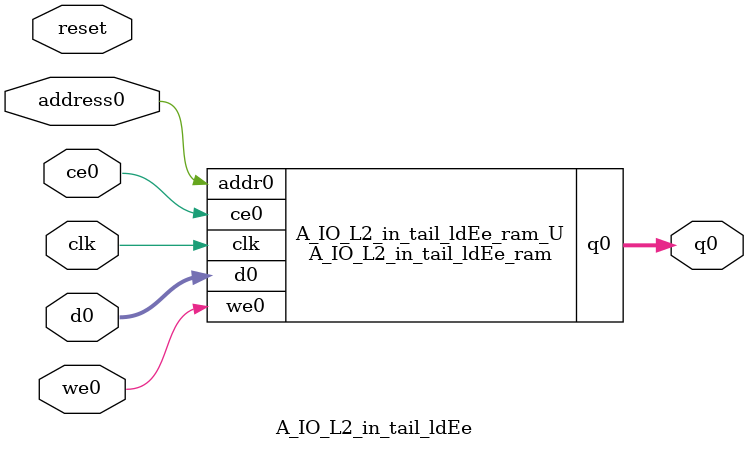
<source format=v>
`timescale 1 ns / 1 ps
module A_IO_L2_in_tail_ldEe_ram (addr0, ce0, d0, we0, q0,  clk);

parameter DWIDTH = 128;
parameter AWIDTH = 1;
parameter MEM_SIZE = 2;

input[AWIDTH-1:0] addr0;
input ce0;
input[DWIDTH-1:0] d0;
input we0;
output reg[DWIDTH-1:0] q0;
input clk;

(* ram_style = "distributed" *)reg [DWIDTH-1:0] ram[0:MEM_SIZE-1];




always @(posedge clk)  
begin 
    if (ce0) begin
        if (we0) 
            ram[addr0] <= d0; 
        q0 <= ram[addr0];
    end
end


endmodule

`timescale 1 ns / 1 ps
module A_IO_L2_in_tail_ldEe(
    reset,
    clk,
    address0,
    ce0,
    we0,
    d0,
    q0);

parameter DataWidth = 32'd128;
parameter AddressRange = 32'd2;
parameter AddressWidth = 32'd1;
input reset;
input clk;
input[AddressWidth - 1:0] address0;
input ce0;
input we0;
input[DataWidth - 1:0] d0;
output[DataWidth - 1:0] q0;



A_IO_L2_in_tail_ldEe_ram A_IO_L2_in_tail_ldEe_ram_U(
    .clk( clk ),
    .addr0( address0 ),
    .ce0( ce0 ),
    .we0( we0 ),
    .d0( d0 ),
    .q0( q0 ));

endmodule


</source>
